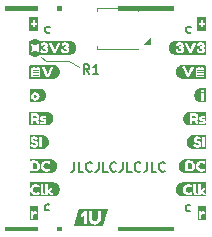
<source format=gto>
%TF.GenerationSoftware,KiCad,Pcbnew,(6.0.1)*%
%TF.CreationDate,2022-01-27T11:35:44+01:00*%
%TF.ProjectId,poly_kb,706f6c79-5f6b-4622-9e6b-696361645f70,rev?*%
%TF.SameCoordinates,Original*%
%TF.FileFunction,Legend,Top*%
%TF.FilePolarity,Positive*%
%FSLAX46Y46*%
G04 Gerber Fmt 4.6, Leading zero omitted, Abs format (unit mm)*
G04 Created by KiCad (PCBNEW (6.0.1)) date 2022-01-27 11:35:44*
%MOMM*%
%LPD*%
G01*
G04 APERTURE LIST*
G04 Aperture macros list*
%AMRoundRect*
0 Rectangle with rounded corners*
0 $1 Rounding radius*
0 $2 $3 $4 $5 $6 $7 $8 $9 X,Y pos of 4 corners*
0 Add a 4 corners polygon primitive as box body*
4,1,4,$2,$3,$4,$5,$6,$7,$8,$9,$2,$3,0*
0 Add four circle primitives for the rounded corners*
1,1,$1+$1,$2,$3*
1,1,$1+$1,$4,$5*
1,1,$1+$1,$6,$7*
1,1,$1+$1,$8,$9*
0 Add four rect primitives between the rounded corners*
20,1,$1+$1,$2,$3,$4,$5,0*
20,1,$1+$1,$4,$5,$6,$7,0*
20,1,$1+$1,$6,$7,$8,$9,0*
20,1,$1+$1,$8,$9,$2,$3,0*%
G04 Aperture macros list end*
%ADD10C,0.120000*%
%ADD11C,0.000000*%
%ADD12C,0.135000*%
%ADD13C,0.153000*%
%ADD14C,0.150000*%
%ADD15RoundRect,0.135000X-0.185000X0.135000X-0.185000X-0.135000X0.185000X-0.135000X0.185000X0.135000X0*%
%ADD16R,2.000000X1.500000*%
%ADD17R,0.950000X0.800000*%
%ADD18C,1.700000*%
%ADD19C,4.000000*%
%ADD20C,2.200000*%
%ADD21R,1.500000X1.500000*%
G04 APERTURE END LIST*
D10*
X267258800Y-112496600D02*
X266395200Y-111963200D01*
X264464800Y-111963200D02*
X264007600Y-111633000D01*
G36*
X263025800Y-111429800D02*
G01*
X263178200Y-111429800D01*
X263178200Y-110261400D01*
X263025800Y-110261400D01*
X263025800Y-111429800D01*
G37*
X266395200Y-111963200D02*
X264464800Y-111963200D01*
D11*
G36*
X275272500Y-107723000D02*
G01*
X270510000Y-107723000D01*
X270510000Y-107289600D01*
X275272500Y-107289600D01*
X275272500Y-107723000D01*
G37*
D10*
X263575800Y-112420400D02*
X263575800Y-112471200D01*
D12*
X277012400Y-112369600D02*
X277012400Y-113385600D01*
X277926800Y-112369600D02*
X277926800Y-113385600D01*
D10*
X277495000Y-112471200D02*
X277444200Y-112471200D01*
X277495000Y-112420400D02*
X277495000Y-112471200D01*
X263829800Y-112471200D02*
X263829800Y-112369600D01*
X277190200Y-112471200D02*
X277190200Y-112369600D01*
D12*
X263093200Y-112369600D02*
X264058400Y-112369600D01*
D10*
X263525000Y-112471200D02*
X263525000Y-112420400D01*
X263982200Y-112471200D02*
X263829800Y-112471200D01*
D12*
X264058400Y-113385600D02*
X263093200Y-113385600D01*
D10*
X263144000Y-112471200D02*
X263271000Y-112471200D01*
X277241000Y-112725200D02*
X277698200Y-112725200D01*
D12*
X263093200Y-112369600D02*
X263093200Y-113385600D01*
D10*
X277901400Y-112471200D02*
X277749000Y-112471200D01*
D11*
G36*
X265747500Y-107723000D02*
G01*
X265328400Y-107723000D01*
X265328400Y-107289600D01*
X265747500Y-107289600D01*
X265747500Y-107723000D01*
G37*
D10*
X263321800Y-112725200D02*
X263779000Y-112725200D01*
X263321800Y-113131600D02*
X263779000Y-113131600D01*
D11*
G36*
X263753600Y-107723000D02*
G01*
X260959600Y-107723000D01*
X260959600Y-107289600D01*
X263753600Y-107289600D01*
X263753600Y-107723000D01*
G37*
D10*
X277698200Y-112928400D02*
X277241000Y-112928400D01*
X277749000Y-112471200D02*
X277749000Y-112369600D01*
X263575800Y-112471200D02*
X263525000Y-112471200D01*
D12*
X277926800Y-113385600D02*
X276961600Y-113385600D01*
D10*
X277063200Y-112471200D02*
X277190200Y-112471200D01*
X263779000Y-112928400D02*
X263321800Y-112928400D01*
D11*
G36*
X265747500Y-126390400D02*
G01*
X265328400Y-126390400D01*
X265328400Y-125984000D01*
X265747500Y-125984000D01*
X265747500Y-126390400D01*
G37*
D10*
X263271000Y-112471200D02*
X263271000Y-112369600D01*
D11*
G36*
X275272500Y-126390400D02*
G01*
X270510000Y-126390400D01*
X270510000Y-125984000D01*
X275272500Y-125984000D01*
X275272500Y-126390400D01*
G37*
D10*
X277241000Y-113131600D02*
X277698200Y-113131600D01*
D12*
X264007600Y-112369600D02*
X264007600Y-113385600D01*
D10*
X277444200Y-112471200D02*
X277444200Y-112420400D01*
D12*
X276961600Y-112369600D02*
X277926800Y-112369600D01*
D10*
X273253200Y-110540800D02*
X272745200Y-110540800D01*
X272745200Y-110540800D02*
X273253200Y-110032800D01*
X273253200Y-110032800D02*
X273253200Y-110540800D01*
G36*
X273253200Y-110540800D02*
G01*
X272745200Y-110540800D01*
X273253200Y-110032800D01*
X273253200Y-110540800D01*
G37*
X273253200Y-110540800D02*
X272745200Y-110540800D01*
X273253200Y-110032800D01*
X273253200Y-110540800D01*
D11*
G36*
X263753600Y-126390400D02*
G01*
X260959600Y-126390400D01*
X260959600Y-125984000D01*
X263753600Y-125984000D01*
X263753600Y-126390400D01*
G37*
D13*
X264706076Y-124580609D02*
X264629885Y-124618704D01*
X264477504Y-124618704D01*
X264401314Y-124580609D01*
X264363219Y-124542514D01*
X264325123Y-124466323D01*
X264325123Y-124237752D01*
X264363219Y-124161561D01*
X264401314Y-124123466D01*
X264477504Y-124085371D01*
X264629885Y-124085371D01*
X264706076Y-124123466D01*
X276694876Y-109543809D02*
X276618685Y-109581904D01*
X276466304Y-109581904D01*
X276390114Y-109543809D01*
X276352019Y-109505714D01*
X276313923Y-109429523D01*
X276313923Y-109200952D01*
X276352019Y-109124761D01*
X276390114Y-109086666D01*
X276466304Y-109048571D01*
X276618685Y-109048571D01*
X276694876Y-109086666D01*
X276644076Y-124631409D02*
X276567885Y-124669504D01*
X276415504Y-124669504D01*
X276339314Y-124631409D01*
X276301219Y-124593314D01*
X276263123Y-124517123D01*
X276263123Y-124288552D01*
X276301219Y-124212361D01*
X276339314Y-124174266D01*
X276415504Y-124136171D01*
X276567885Y-124136171D01*
X276644076Y-124174266D01*
D14*
X266814761Y-120529404D02*
X266814761Y-121100833D01*
X266776666Y-121215119D01*
X266700476Y-121291309D01*
X266586190Y-121329404D01*
X266510000Y-121329404D01*
X267576666Y-121329404D02*
X267195714Y-121329404D01*
X267195714Y-120529404D01*
X268300476Y-121253214D02*
X268262380Y-121291309D01*
X268148095Y-121329404D01*
X268071904Y-121329404D01*
X267957619Y-121291309D01*
X267881428Y-121215119D01*
X267843333Y-121138928D01*
X267805238Y-120986547D01*
X267805238Y-120872261D01*
X267843333Y-120719880D01*
X267881428Y-120643690D01*
X267957619Y-120567500D01*
X268071904Y-120529404D01*
X268148095Y-120529404D01*
X268262380Y-120567500D01*
X268300476Y-120605595D01*
X268871904Y-120529404D02*
X268871904Y-121100833D01*
X268833809Y-121215119D01*
X268757619Y-121291309D01*
X268643333Y-121329404D01*
X268567142Y-121329404D01*
X269633809Y-121329404D02*
X269252857Y-121329404D01*
X269252857Y-120529404D01*
X270357619Y-121253214D02*
X270319523Y-121291309D01*
X270205238Y-121329404D01*
X270129047Y-121329404D01*
X270014761Y-121291309D01*
X269938571Y-121215119D01*
X269900476Y-121138928D01*
X269862380Y-120986547D01*
X269862380Y-120872261D01*
X269900476Y-120719880D01*
X269938571Y-120643690D01*
X270014761Y-120567500D01*
X270129047Y-120529404D01*
X270205238Y-120529404D01*
X270319523Y-120567500D01*
X270357619Y-120605595D01*
X270929047Y-120529404D02*
X270929047Y-121100833D01*
X270890952Y-121215119D01*
X270814761Y-121291309D01*
X270700476Y-121329404D01*
X270624285Y-121329404D01*
X271690952Y-121329404D02*
X271310000Y-121329404D01*
X271310000Y-120529404D01*
X272414761Y-121253214D02*
X272376666Y-121291309D01*
X272262380Y-121329404D01*
X272186190Y-121329404D01*
X272071904Y-121291309D01*
X271995714Y-121215119D01*
X271957619Y-121138928D01*
X271919523Y-120986547D01*
X271919523Y-120872261D01*
X271957619Y-120719880D01*
X271995714Y-120643690D01*
X272071904Y-120567500D01*
X272186190Y-120529404D01*
X272262380Y-120529404D01*
X272376666Y-120567500D01*
X272414761Y-120605595D01*
X272986190Y-120529404D02*
X272986190Y-121100833D01*
X272948095Y-121215119D01*
X272871904Y-121291309D01*
X272757619Y-121329404D01*
X272681428Y-121329404D01*
X273748095Y-121329404D02*
X273367142Y-121329404D01*
X273367142Y-120529404D01*
X274471904Y-121253214D02*
X274433809Y-121291309D01*
X274319523Y-121329404D01*
X274243333Y-121329404D01*
X274129047Y-121291309D01*
X274052857Y-121215119D01*
X274014761Y-121138928D01*
X273976666Y-120986547D01*
X273976666Y-120872261D01*
X274014761Y-120719880D01*
X274052857Y-120643690D01*
X274129047Y-120567500D01*
X274243333Y-120529404D01*
X274319523Y-120529404D01*
X274433809Y-120567500D01*
X274471904Y-120605595D01*
D13*
X264756876Y-109543809D02*
X264680685Y-109581904D01*
X264528304Y-109581904D01*
X264452114Y-109543809D01*
X264414019Y-109505714D01*
X264375923Y-109429523D01*
X264375923Y-109200952D01*
X264414019Y-109124761D01*
X264452114Y-109086666D01*
X264528304Y-109048571D01*
X264680685Y-109048571D01*
X264756876Y-109086666D01*
D14*
%TO.C,R1*%
X268090666Y-113061704D02*
X267824000Y-112680752D01*
X267633523Y-113061704D02*
X267633523Y-112261704D01*
X267938285Y-112261704D01*
X268014476Y-112299800D01*
X268052571Y-112337895D01*
X268090666Y-112414085D01*
X268090666Y-112528371D01*
X268052571Y-112604561D01*
X268014476Y-112642657D01*
X267938285Y-112680752D01*
X267633523Y-112680752D01*
X268852571Y-113061704D02*
X268395428Y-113061704D01*
X268624000Y-113061704D02*
X268624000Y-112261704D01*
X268547809Y-112375990D01*
X268471619Y-112452180D01*
X268395428Y-112490276D01*
D10*
X263879600Y-110691959D02*
X263879600Y-110999241D01*
X263119600Y-110691959D02*
X263119600Y-110999241D01*
%TO.C,LED1*%
X268770000Y-107480000D02*
X268770000Y-107720000D01*
X272250000Y-107480000D02*
X272250000Y-107720000D01*
X268770000Y-110960000D02*
X268770000Y-110720000D01*
X271450000Y-110960000D02*
X272210000Y-110960000D01*
X268770000Y-107480000D02*
X272250000Y-107480000D01*
X271450000Y-110960000D02*
X268770000Y-110960000D01*
%TO.C,kibuzzard-61EFD908*%
G36*
X263759103Y-125468803D02*
G01*
X263036897Y-125468803D01*
X263036897Y-125286770D01*
X263142730Y-125286770D01*
X263165590Y-125341380D01*
X263253220Y-125362970D01*
X263317990Y-125354715D01*
X263352280Y-125329950D01*
X263364345Y-125296295D01*
X263366250Y-125252480D01*
X263366250Y-124985780D01*
X263396095Y-124927360D01*
X263460230Y-124903230D01*
X263515475Y-124913390D01*
X263559290Y-124923550D01*
X263629140Y-124875290D01*
X263653270Y-124786390D01*
X263637395Y-124727335D01*
X263597390Y-124701300D01*
X263552940Y-124690505D01*
X263502775Y-124687330D01*
X263433560Y-124708920D01*
X263382125Y-124743210D01*
X263363710Y-124764800D01*
X263349740Y-124722890D01*
X263316402Y-124700982D01*
X263254490Y-124693680D01*
X263189085Y-124702252D01*
X263155430Y-124727970D01*
X263144635Y-124760355D01*
X263142730Y-124804170D01*
X263142730Y-125286770D01*
X263036897Y-125286770D01*
X263036897Y-124263997D01*
X263759103Y-124263997D01*
X263759103Y-125468803D01*
G37*
%TO.C,kibuzzard-61EFDD1E*%
G36*
X269211954Y-125946429D02*
G01*
X266801388Y-125946429D01*
X267084440Y-125002925D01*
X267368337Y-125002925D01*
X267418344Y-125101350D01*
X267514387Y-125156912D01*
X267625512Y-125107700D01*
X267646150Y-125088650D01*
X267646150Y-125655388D01*
X267648531Y-125713331D01*
X267663612Y-125756988D01*
X267706078Y-125787944D01*
X267785850Y-125798263D01*
X267867606Y-125787547D01*
X267909675Y-125755400D01*
X267924756Y-125713331D01*
X267927137Y-125658563D01*
X267927137Y-125248988D01*
X268054137Y-125248988D01*
X268062174Y-125352572D01*
X268086284Y-125450600D01*
X268126468Y-125543072D01*
X268182725Y-125629988D01*
X268253964Y-125704600D01*
X268343856Y-125763338D01*
X268448631Y-125801438D01*
X268564519Y-125814138D01*
X268680605Y-125801636D01*
X268785975Y-125764131D01*
X268876859Y-125706386D01*
X268949488Y-125633163D01*
X269006439Y-125545056D01*
X269047119Y-125452188D01*
X269071527Y-125354556D01*
X269079663Y-125252163D01*
X269079663Y-124772737D01*
X269070138Y-124690187D01*
X269049500Y-124656850D01*
X269008225Y-124637800D01*
X268935994Y-124629862D01*
X268860588Y-124639387D01*
X268814550Y-124674312D01*
X268798675Y-124761625D01*
X268798675Y-125247400D01*
X268784388Y-125353366D01*
X268741525Y-125445838D01*
X268669691Y-125510131D01*
X268568488Y-125531563D01*
X268455775Y-125504575D01*
X268384338Y-125433138D01*
X268348619Y-125343444D01*
X268336713Y-125248988D01*
X268336713Y-124772737D01*
X268317663Y-124672725D01*
X268276388Y-124639387D01*
X268195425Y-124629862D01*
X268114462Y-124639387D01*
X268071600Y-124672725D01*
X268056519Y-124714794D01*
X268054137Y-124771150D01*
X268054137Y-125248988D01*
X267927137Y-125248988D01*
X267927137Y-124774325D01*
X267919200Y-124690187D01*
X267896975Y-124656056D01*
X267855700Y-124637800D01*
X267780294Y-124629862D01*
X267690600Y-124671137D01*
X267685837Y-124674312D01*
X267425487Y-124909262D01*
X267368337Y-125002925D01*
X267084440Y-125002925D01*
X267236046Y-124497571D01*
X269646612Y-124497571D01*
X269211954Y-125946429D01*
G37*
%TO.C,kibuzzard-61EFBE87*%
G36*
X265094142Y-112305903D02*
G01*
X265149907Y-112314175D01*
X265204592Y-112327873D01*
X265257672Y-112346865D01*
X265308635Y-112370969D01*
X265356989Y-112399951D01*
X265402270Y-112433534D01*
X265444042Y-112471393D01*
X265481901Y-112513164D01*
X265515483Y-112558445D01*
X265544466Y-112606800D01*
X265568569Y-112657762D01*
X265587562Y-112710842D01*
X265601260Y-112765528D01*
X265609532Y-112821293D01*
X265612298Y-112877600D01*
X265609532Y-112933907D01*
X265601260Y-112989672D01*
X265587562Y-113044358D01*
X265568569Y-113097438D01*
X265544466Y-113148400D01*
X265515483Y-113196755D01*
X265481901Y-113242036D01*
X265444042Y-113283807D01*
X265402270Y-113321666D01*
X265356989Y-113355249D01*
X265308635Y-113384231D01*
X265257672Y-113408335D01*
X265204592Y-113427327D01*
X265149907Y-113441025D01*
X265094142Y-113449297D01*
X265037835Y-113452063D01*
X264028502Y-113452063D01*
X264028502Y-112511840D01*
X264081419Y-112511840D01*
X264100469Y-112572800D01*
X264450989Y-113284000D01*
X264493534Y-113329085D01*
X264553859Y-113346230D01*
X264566559Y-113346230D01*
X264625614Y-113329085D01*
X264668159Y-113284000D01*
X265018679Y-112572800D01*
X265037729Y-112511840D01*
X265018996Y-112469295D01*
X264962799Y-112430560D01*
X264887869Y-112408970D01*
X264831989Y-112443260D01*
X264814209Y-112481360D01*
X264560209Y-113037620D01*
X264546397Y-113008251D01*
X264515124Y-112940465D01*
X264473849Y-112850771D01*
X264430034Y-112755680D01*
X264386377Y-112660589D01*
X264345579Y-112570895D01*
X264313670Y-112501045D01*
X264296684Y-112465485D01*
X264275729Y-112431830D01*
X264254139Y-112414050D01*
X264220484Y-112408970D01*
X264156349Y-112430560D01*
X264100151Y-112469295D01*
X264081419Y-112511840D01*
X264028502Y-112511840D01*
X264028502Y-112303137D01*
X265037835Y-112303137D01*
X265094142Y-112305903D01*
G37*
%TO.C,kibuzzard-61EFDAC6*%
G36*
X277952306Y-115455488D02*
G01*
X277571200Y-115455488D01*
X277512714Y-115452615D01*
X277454792Y-115444023D01*
X277397991Y-115429795D01*
X277342857Y-115410068D01*
X277289923Y-115385032D01*
X277239698Y-115354928D01*
X277192665Y-115320046D01*
X277149278Y-115280722D01*
X277109954Y-115237335D01*
X277075072Y-115190302D01*
X277044968Y-115140077D01*
X277019932Y-115087143D01*
X277000205Y-115032009D01*
X276985977Y-114975208D01*
X276977385Y-114917286D01*
X276974512Y-114858800D01*
X276977385Y-114800314D01*
X276978600Y-114792125D01*
X277571306Y-114792125D01*
X277571306Y-115237895D01*
X277573211Y-115282345D01*
X277584006Y-115315365D01*
X277617343Y-115341083D01*
X277681796Y-115349655D01*
X277746883Y-115341400D01*
X277779586Y-115316635D01*
X277791651Y-115282980D01*
X277793556Y-115239165D01*
X277793556Y-114794665D01*
X277792286Y-114757835D01*
X277769426Y-114703225D01*
X277683066Y-114681635D01*
X277617661Y-114689890D01*
X277584006Y-114714655D01*
X277573211Y-114748310D01*
X277571306Y-114792125D01*
X276978600Y-114792125D01*
X276985977Y-114742392D01*
X277000205Y-114685591D01*
X277019932Y-114630457D01*
X277044968Y-114577523D01*
X277075072Y-114527298D01*
X277109954Y-114480265D01*
X277111613Y-114478435D01*
X277571306Y-114478435D01*
X277573211Y-114522250D01*
X277584641Y-114555905D01*
X277618296Y-114582575D01*
X277682431Y-114590195D01*
X277746566Y-114582575D01*
X277780221Y-114556540D01*
X277791651Y-114523520D01*
X277793556Y-114479705D01*
X277791651Y-114435890D01*
X277779586Y-114402235D01*
X277747201Y-114376517D01*
X277683066Y-114367945D01*
X277617661Y-114376517D01*
X277584006Y-114402235D01*
X277573211Y-114434620D01*
X277571306Y-114478435D01*
X277111613Y-114478435D01*
X277149278Y-114436878D01*
X277192665Y-114397554D01*
X277239698Y-114362672D01*
X277289923Y-114332568D01*
X277342857Y-114307532D01*
X277397991Y-114287805D01*
X277454792Y-114273577D01*
X277512714Y-114264985D01*
X277571200Y-114262112D01*
X277952306Y-114262112D01*
X277952306Y-115455488D01*
G37*
%TO.C,kibuzzard-61EFBE2C*%
G36*
X263546273Y-120627934D02*
G01*
X263624219Y-120679845D01*
X263678035Y-120757474D01*
X263695974Y-120851930D01*
X263677559Y-120946069D01*
X263622314Y-121022745D01*
X263544209Y-121073704D01*
X263457214Y-121090690D01*
X263334024Y-121090690D01*
X263334024Y-120610630D01*
X263455944Y-120610630D01*
X263546273Y-120627934D01*
G37*
G36*
X264783200Y-120271117D02*
G01*
X264840254Y-120273920D01*
X264896758Y-120282301D01*
X264952169Y-120296181D01*
X265005953Y-120315425D01*
X265057592Y-120339848D01*
X265106588Y-120369215D01*
X265152469Y-120403244D01*
X265194795Y-120441605D01*
X265233156Y-120483930D01*
X265267184Y-120529812D01*
X265296551Y-120578808D01*
X265320974Y-120630446D01*
X265340219Y-120684230D01*
X265354098Y-120739641D01*
X265362480Y-120796146D01*
X265365283Y-120853200D01*
X265362480Y-120910254D01*
X265354098Y-120966759D01*
X265340219Y-121022170D01*
X265320974Y-121075954D01*
X265296551Y-121127592D01*
X265267184Y-121176588D01*
X265233156Y-121222470D01*
X265194795Y-121264795D01*
X265152469Y-121303156D01*
X265106588Y-121337185D01*
X265057592Y-121366552D01*
X265005953Y-121390975D01*
X264952169Y-121410219D01*
X264896758Y-121424099D01*
X264840254Y-121432480D01*
X264783200Y-121435283D01*
X263056317Y-121435283D01*
X263056317Y-121202450D01*
X263109234Y-121202450D01*
X263124474Y-121283730D01*
X263158129Y-121307543D01*
X263220994Y-121315480D01*
X263453404Y-121315480D01*
X263546947Y-121306828D01*
X263633268Y-121280873D01*
X263712365Y-121237613D01*
X263784239Y-121177050D01*
X263843968Y-121104382D01*
X263886633Y-121024809D01*
X263912231Y-120938330D01*
X263920590Y-120846850D01*
X263984264Y-120846850D01*
X263992678Y-120942259D01*
X264017919Y-121030365D01*
X264056178Y-121107200D01*
X264103644Y-121168795D01*
X264159048Y-121218643D01*
X264221119Y-121260235D01*
X264285571Y-121292303D01*
X264348119Y-121313575D01*
X264409396Y-121325481D01*
X264470039Y-121329450D01*
X264531475Y-121324370D01*
X264595134Y-121309130D01*
X264680859Y-121276110D01*
X264724674Y-121249440D01*
X264764679Y-121217690D01*
X264781824Y-121173240D01*
X264753884Y-121102120D01*
X264709751Y-121048780D01*
X264668794Y-121031000D01*
X264607834Y-121056400D01*
X264584974Y-121072910D01*
X264534809Y-121093230D01*
X264460514Y-121103390D01*
X264378281Y-121089420D01*
X264299224Y-121047510D01*
X264234454Y-120967500D01*
X264215404Y-120913366D01*
X264209054Y-120852565D01*
X264215404Y-120791764D01*
X264234454Y-120737630D01*
X264297954Y-120658890D01*
X264378599Y-120616027D01*
X264460514Y-120601740D01*
X264540524Y-120612535D01*
X264602754Y-120644920D01*
X264667524Y-120672860D01*
X264709434Y-120655715D01*
X264756424Y-120604280D01*
X264783094Y-120533795D01*
X264750074Y-120473470D01*
X264714514Y-120450610D01*
X264684034Y-120432830D01*
X264590689Y-120395365D01*
X264529570Y-120381554D01*
X264469404Y-120376950D01*
X264385725Y-120384570D01*
X264302328Y-120407430D01*
X264219214Y-120445530D01*
X264156825Y-120485376D01*
X264101739Y-120533795D01*
X264054908Y-120593485D01*
X264017284Y-120667145D01*
X263992519Y-120752394D01*
X263984264Y-120846850D01*
X263920590Y-120846850D01*
X263920764Y-120844945D01*
X263912033Y-120751917D01*
X263885839Y-120666510D01*
X263842183Y-120588722D01*
X263781064Y-120518555D01*
X263708436Y-120460492D01*
X263630251Y-120419019D01*
X263546511Y-120394135D01*
X263457214Y-120385840D01*
X263222264Y-120384570D01*
X263156859Y-120393142D01*
X263123204Y-120418860D01*
X263111139Y-120451880D01*
X263109234Y-120496330D01*
X263109234Y-121202450D01*
X263056317Y-121202450D01*
X263056317Y-120271117D01*
X264783200Y-120271117D01*
G37*
%TO.C,kibuzzard-61EFD947*%
G36*
X277994533Y-109416215D02*
G01*
X277249467Y-109416215D01*
X277249467Y-108749465D01*
X277355300Y-108749465D01*
X277355300Y-108877735D01*
X277554690Y-108877735D01*
X277554690Y-109098715D01*
X277689310Y-109098715D01*
X277689310Y-108877735D01*
X277888700Y-108877735D01*
X277888700Y-108749465D01*
X277689310Y-108749465D01*
X277689310Y-108528485D01*
X277554690Y-108528485D01*
X277554690Y-108749465D01*
X277355300Y-108749465D01*
X277249467Y-108749465D01*
X277249467Y-108210985D01*
X277994533Y-108210985D01*
X277994533Y-109416215D01*
G37*
%TO.C,kibuzzard-61EFA8F1*%
G36*
X277990035Y-123438708D02*
G01*
X276029473Y-123438708D01*
X275970240Y-123435798D01*
X275911578Y-123427097D01*
X275854051Y-123412687D01*
X275798214Y-123392708D01*
X275744604Y-123367352D01*
X275693737Y-123336864D01*
X275646104Y-123301537D01*
X275602162Y-123261711D01*
X275562336Y-123217769D01*
X275527009Y-123170136D01*
X275496521Y-123119269D01*
X275471165Y-123065659D01*
X275451186Y-123009821D01*
X275436776Y-122952295D01*
X275428074Y-122893633D01*
X275425945Y-122850275D01*
X276029579Y-122850275D01*
X276037992Y-122945684D01*
X276063234Y-123033790D01*
X276101492Y-123110625D01*
X276148959Y-123172220D01*
X276204362Y-123222068D01*
X276266434Y-123263660D01*
X276330886Y-123295728D01*
X276393434Y-123317000D01*
X276454711Y-123328906D01*
X276515354Y-123332875D01*
X276576790Y-123327795D01*
X276640449Y-123312555D01*
X276726174Y-123279535D01*
X276769989Y-123252865D01*
X276809994Y-123221115D01*
X276827139Y-123176665D01*
X276799199Y-123105545D01*
X276755066Y-123052205D01*
X276910959Y-123052205D01*
X276919849Y-123169680D01*
X276946519Y-123250325D01*
X276992874Y-123292553D01*
X277073519Y-123315095D01*
X277175119Y-123320810D01*
X277230999Y-123307475D01*
X277250049Y-123274138D01*
X277256399Y-123209685D01*
X277256041Y-123208415D01*
X277326249Y-123208415D01*
X277328154Y-123252230D01*
X277338949Y-123285885D01*
X277372286Y-123311603D01*
X277436739Y-123320175D01*
X277501826Y-123311920D01*
X277534529Y-123287155D01*
X277546594Y-123253500D01*
X277548499Y-123209685D01*
X277548499Y-123111895D01*
X277587551Y-123146026D01*
X277641209Y-123197620D01*
X277694231Y-123248896D01*
X277731379Y-123282075D01*
X277744079Y-123290965D01*
X277821549Y-123327795D01*
X277897749Y-123274455D01*
X277937119Y-123191905D01*
X277928864Y-123165235D01*
X277888859Y-123124595D01*
X277719949Y-122984895D01*
X277845679Y-122878215D01*
X277892669Y-122809635D01*
X277851394Y-122728990D01*
X277778369Y-122677555D01*
X277702169Y-122711845D01*
X277686929Y-122722005D01*
X277548499Y-122851545D01*
X277548499Y-122448955D01*
X277547229Y-122413395D01*
X277524369Y-122357515D01*
X277438009Y-122335925D01*
X277372604Y-122344497D01*
X277338949Y-122370215D01*
X277328154Y-122403870D01*
X277326249Y-122447685D01*
X277326249Y-123208415D01*
X277256041Y-123208415D01*
X277230999Y-123119515D01*
X277209409Y-123108720D01*
X277174484Y-123106815D01*
X277140829Y-123094750D01*
X277133209Y-123036965D01*
X277133209Y-122448955D01*
X277131304Y-122404505D01*
X277119239Y-122370215D01*
X277085584Y-122344497D01*
X277022719Y-122335925D01*
X276957314Y-122344497D01*
X276923659Y-122370215D01*
X276912864Y-122403870D01*
X276910959Y-122447685D01*
X276910959Y-123052205D01*
X276755066Y-123052205D01*
X276714109Y-123034425D01*
X276653149Y-123059825D01*
X276630289Y-123076335D01*
X276580124Y-123096655D01*
X276505829Y-123106815D01*
X276423596Y-123092845D01*
X276344539Y-123050935D01*
X276279769Y-122970925D01*
X276260719Y-122916791D01*
X276254369Y-122855990D01*
X276260719Y-122795189D01*
X276279769Y-122741055D01*
X276343269Y-122662315D01*
X276423914Y-122619452D01*
X276505829Y-122605165D01*
X276585839Y-122615960D01*
X276648069Y-122648345D01*
X276712839Y-122676285D01*
X276754749Y-122659140D01*
X276801739Y-122607705D01*
X276828409Y-122537220D01*
X276795389Y-122476895D01*
X276759829Y-122454035D01*
X276729349Y-122436255D01*
X276636004Y-122398790D01*
X276574885Y-122384979D01*
X276514719Y-122380375D01*
X276431040Y-122387995D01*
X276347643Y-122410855D01*
X276264529Y-122448955D01*
X276202140Y-122488801D01*
X276147054Y-122537220D01*
X276100222Y-122596910D01*
X276062599Y-122670570D01*
X276037834Y-122755819D01*
X276029579Y-122850275D01*
X275425945Y-122850275D01*
X275425165Y-122834400D01*
X275428074Y-122775167D01*
X275436776Y-122716505D01*
X275451186Y-122658979D01*
X275471165Y-122603141D01*
X275496521Y-122549531D01*
X275527009Y-122498664D01*
X275562336Y-122451031D01*
X275602162Y-122407089D01*
X275646104Y-122367263D01*
X275693737Y-122331936D01*
X275744604Y-122301448D01*
X275798214Y-122276092D01*
X275854051Y-122256113D01*
X275911578Y-122241703D01*
X275970240Y-122233002D01*
X276029473Y-122230092D01*
X277990035Y-122230092D01*
X277990035Y-123438708D01*
G37*
%TO.C,kibuzzard-61EFDAA0*%
G36*
X263611730Y-114870653D02*
G01*
X263641258Y-114909071D01*
X263651100Y-114963363D01*
X263640623Y-115017973D01*
X263609190Y-115057343D01*
X263525370Y-115089093D01*
X263442820Y-115057978D01*
X263412340Y-115019243D01*
X263402180Y-114965268D01*
X263412023Y-114911135D01*
X263441550Y-114871923D01*
X263526640Y-114840173D01*
X263611730Y-114870653D01*
G37*
G36*
X263930851Y-114301848D02*
G01*
X263985178Y-114309907D01*
X264038453Y-114323252D01*
X264090164Y-114341754D01*
X264139812Y-114365236D01*
X264186919Y-114393471D01*
X264231032Y-114426187D01*
X264271726Y-114463070D01*
X264308609Y-114503764D01*
X264341325Y-114547877D01*
X264369561Y-114594984D01*
X264393042Y-114644632D01*
X264411545Y-114696343D01*
X264424889Y-114749618D01*
X264432948Y-114803945D01*
X264435643Y-114858800D01*
X264432948Y-114913655D01*
X264424889Y-114967982D01*
X264411545Y-115021257D01*
X264393042Y-115072968D01*
X264369561Y-115122616D01*
X264341325Y-115169723D01*
X264308609Y-115213836D01*
X264271726Y-115254530D01*
X264231032Y-115291413D01*
X264186919Y-115324129D01*
X264139812Y-115352364D01*
X264090164Y-115375846D01*
X264038453Y-115394348D01*
X263985178Y-115407693D01*
X263930851Y-115415752D01*
X263875996Y-115418447D01*
X263071557Y-115418447D01*
X263071557Y-114967173D01*
X263177390Y-114967173D01*
X263190884Y-115063535D01*
X263231365Y-115149418D01*
X263291532Y-115220221D01*
X263364080Y-115271338D01*
X263444090Y-115302295D01*
X263526640Y-115312613D01*
X263609032Y-115302930D01*
X263688565Y-115273878D01*
X263760797Y-115224348D01*
X263821280Y-115153228D01*
X263862238Y-115065440D01*
X263875890Y-114965903D01*
X263864178Y-114870301D01*
X263829042Y-114786692D01*
X263770480Y-114715078D01*
X263696679Y-114660398D01*
X263615823Y-114627589D01*
X263527910Y-114616653D01*
X263439857Y-114627660D01*
X263358577Y-114660680D01*
X263284070Y-114715713D01*
X263224804Y-114787680D01*
X263189244Y-114871500D01*
X263177390Y-114967173D01*
X263071557Y-114967173D01*
X263071557Y-114299153D01*
X263875996Y-114299153D01*
X263930851Y-114301848D01*
G37*
%TO.C,kibuzzard-61EFD7F9*%
G36*
X278002524Y-119406458D02*
G01*
X276912335Y-119406458D01*
X276854969Y-119403640D01*
X276798156Y-119395213D01*
X276742443Y-119381257D01*
X276688366Y-119361908D01*
X276636446Y-119337352D01*
X276587182Y-119307825D01*
X276541051Y-119273611D01*
X276498494Y-119235040D01*
X276459924Y-119192484D01*
X276425710Y-119146352D01*
X276396183Y-119097089D01*
X276390035Y-119084090D01*
X276912440Y-119084090D01*
X276945460Y-119157115D01*
X276956890Y-119171085D01*
X276993720Y-119209820D01*
X277050870Y-119249825D01*
X277137230Y-119286020D01*
X277192158Y-119296974D01*
X277250260Y-119300625D01*
X277326602Y-119293146D01*
X277399838Y-119270709D01*
X277469970Y-119233315D01*
X277518230Y-119191881D01*
X277529844Y-119174895D01*
X277671900Y-119174895D01*
X277679520Y-119239665D01*
X277713175Y-119275860D01*
X277783660Y-119287925D01*
X277849065Y-119279353D01*
X277882720Y-119253635D01*
X277894785Y-119220615D01*
X277896690Y-119176165D01*
X277896690Y-118470045D01*
X277890340Y-118404005D01*
X277855733Y-118368762D01*
X277784930Y-118357015D01*
X277719525Y-118365587D01*
X277685870Y-118391305D01*
X277673805Y-118424960D01*
X277671900Y-118468775D01*
X277671900Y-119174895D01*
X277529844Y-119174895D01*
X277556330Y-119136160D01*
X277581095Y-119068374D01*
X277589350Y-118990745D01*
X277581254Y-118914704D01*
X277556965Y-118851680D01*
X277520612Y-118803579D01*
X277476320Y-118772305D01*
X277425838Y-118751191D01*
X277370910Y-118733570D01*
X277315983Y-118719759D01*
X277265500Y-118710075D01*
X277184855Y-118680865D01*
X277152470Y-118624350D01*
X277179775Y-118569740D01*
X277248355Y-118550055D01*
X277316300Y-118566565D01*
X277335985Y-118583075D01*
X277350590Y-118595775D01*
X277416630Y-118621175D01*
X277461715Y-118605300D01*
X277505530Y-118557675D01*
X277536010Y-118487825D01*
X277496640Y-118425595D01*
X277464890Y-118401465D01*
X277377895Y-118361460D01*
X277311697Y-118346696D01*
X277238830Y-118341775D01*
X277149860Y-118351018D01*
X277074295Y-118378746D01*
X277012135Y-118424960D01*
X276965922Y-118483592D01*
X276938193Y-118548573D01*
X276928950Y-118619905D01*
X276937047Y-118695311D01*
X276961335Y-118758970D01*
X276997689Y-118808976D01*
X277041980Y-118843425D01*
X277092145Y-118868349D01*
X277146120Y-118889780D01*
X277200095Y-118906766D01*
X277250260Y-118918355D01*
X277330905Y-118946930D01*
X277363290Y-118995825D01*
X277350167Y-119049447D01*
X277310797Y-119081621D01*
X277245180Y-119092345D01*
X277184220Y-119072660D01*
X277133420Y-119031385D01*
X277076905Y-118983760D01*
X277034360Y-118967885D01*
X276967050Y-118998365D01*
X276926093Y-119046466D01*
X276912440Y-119084090D01*
X276390035Y-119084090D01*
X276371626Y-119045169D01*
X276352277Y-118991092D01*
X276338322Y-118935378D01*
X276329894Y-118878565D01*
X276327076Y-118821200D01*
X276329894Y-118763835D01*
X276338322Y-118707022D01*
X276352277Y-118651308D01*
X276371626Y-118597231D01*
X276396183Y-118545311D01*
X276425710Y-118496048D01*
X276459924Y-118449916D01*
X276498494Y-118407360D01*
X276541051Y-118368789D01*
X276587182Y-118334575D01*
X276636446Y-118305048D01*
X276688366Y-118280492D01*
X276742443Y-118261143D01*
X276798156Y-118247187D01*
X276854969Y-118238760D01*
X276912335Y-118235942D01*
X278002524Y-118235942D01*
X278002524Y-119406458D01*
G37*
%TO.C,kibuzzard-61EFD863*%
G36*
X277986649Y-111432128D02*
G01*
X275405480Y-111432128D01*
X275347990Y-111429304D01*
X275291054Y-111420858D01*
X275235219Y-111406873D01*
X275181025Y-111387482D01*
X275128992Y-111362872D01*
X275079622Y-111333280D01*
X275033390Y-111298993D01*
X274990741Y-111260338D01*
X274952087Y-111217690D01*
X274917799Y-111171458D01*
X274888208Y-111122088D01*
X274863598Y-111070055D01*
X274850313Y-111032925D01*
X275405585Y-111032925D01*
X275419555Y-111101505D01*
X275422095Y-111114205D01*
X275436065Y-111147225D01*
X275467498Y-111197708D01*
X275503375Y-111237395D01*
X275576753Y-111286784D01*
X275661420Y-111316417D01*
X275757375Y-111326295D01*
X275854037Y-111316488D01*
X275939127Y-111287066D01*
X276012645Y-111238030D01*
X276069090Y-111173895D01*
X276102957Y-111099177D01*
X276114245Y-111013875D01*
X276103768Y-110949105D01*
X276072335Y-110891955D01*
X276032330Y-110850680D01*
X275994865Y-110823375D01*
X275994865Y-110814485D01*
X276049899Y-110774621D01*
X276082919Y-110721069D01*
X276093925Y-110653830D01*
X276083907Y-110582216D01*
X276053850Y-110515541D01*
X276020243Y-110474125D01*
X276165045Y-110474125D01*
X276184095Y-110535085D01*
X276534615Y-111246285D01*
X276577160Y-111291370D01*
X276637485Y-111308515D01*
X276650185Y-111308515D01*
X276709240Y-111291370D01*
X276751785Y-111246285D01*
X276856941Y-111032925D01*
X277172155Y-111032925D01*
X277186125Y-111101505D01*
X277188665Y-111114205D01*
X277202635Y-111147225D01*
X277234068Y-111197708D01*
X277269945Y-111237395D01*
X277343323Y-111286784D01*
X277427990Y-111316417D01*
X277523945Y-111326295D01*
X277620607Y-111316488D01*
X277705697Y-111287066D01*
X277779215Y-111238030D01*
X277835660Y-111173895D01*
X277869527Y-111099177D01*
X277880815Y-111013875D01*
X277870338Y-110949105D01*
X277838905Y-110891955D01*
X277798900Y-110850680D01*
X277761435Y-110823375D01*
X277761435Y-110814485D01*
X277816469Y-110774621D01*
X277849489Y-110721069D01*
X277860495Y-110653830D01*
X277850477Y-110582216D01*
X277820420Y-110515541D01*
X277770325Y-110453805D01*
X277702874Y-110404416D01*
X277620748Y-110374783D01*
X277523945Y-110364905D01*
X277460922Y-110369350D01*
X277403930Y-110382685D01*
X277320110Y-110422055D01*
X277267405Y-110472220D01*
X277239465Y-110512225D01*
X277210255Y-110598585D01*
X277226130Y-110643987D01*
X277273755Y-110683675D01*
X277343605Y-110706535D01*
X277391865Y-110690660D01*
X277427425Y-110643035D01*
X277435045Y-110627795D01*
X277468065Y-110597315D01*
X277539820Y-110582075D01*
X277610305Y-110606205D01*
X277635705Y-110657005D01*
X277611575Y-110694152D01*
X277539185Y-110706535D01*
X277473145Y-110712885D01*
X277437903Y-110747492D01*
X277426155Y-110818295D01*
X277434728Y-110883383D01*
X277460445Y-110916085D01*
X277493465Y-110928785D01*
X277551250Y-110931325D01*
X277624910Y-110957360D01*
X277656025Y-111017685D01*
X277624275Y-111079280D01*
X277583635Y-111099759D01*
X277525215Y-111106585D01*
X277471875Y-111098965D01*
X277402025Y-111038005D01*
X277363925Y-110971965D01*
X277296615Y-110959265D01*
X277203270Y-110977680D01*
X277172155Y-111032925D01*
X276856941Y-111032925D01*
X277102305Y-110535085D01*
X277121355Y-110474125D01*
X277102623Y-110431580D01*
X277046425Y-110392845D01*
X276971495Y-110371255D01*
X276915615Y-110405545D01*
X276897835Y-110443645D01*
X276643835Y-110999905D01*
X276630024Y-110970536D01*
X276598750Y-110902750D01*
X276557475Y-110813056D01*
X276513660Y-110717965D01*
X276470004Y-110622874D01*
X276429205Y-110533180D01*
X276397297Y-110463330D01*
X276380310Y-110427770D01*
X276359355Y-110394115D01*
X276337765Y-110376335D01*
X276304110Y-110371255D01*
X276239975Y-110392845D01*
X276183778Y-110431580D01*
X276165045Y-110474125D01*
X276020243Y-110474125D01*
X276003755Y-110453805D01*
X275936304Y-110404416D01*
X275854178Y-110374783D01*
X275757375Y-110364905D01*
X275694352Y-110369350D01*
X275637360Y-110382685D01*
X275553540Y-110422055D01*
X275500835Y-110472220D01*
X275472895Y-110512225D01*
X275443685Y-110598585D01*
X275459560Y-110643987D01*
X275507185Y-110683675D01*
X275577035Y-110706535D01*
X275625295Y-110690660D01*
X275660855Y-110643035D01*
X275668475Y-110627795D01*
X275701495Y-110597315D01*
X275773250Y-110582075D01*
X275843735Y-110606205D01*
X275869135Y-110657005D01*
X275845005Y-110694152D01*
X275772615Y-110706535D01*
X275706575Y-110712885D01*
X275671333Y-110747492D01*
X275659585Y-110818295D01*
X275668158Y-110883383D01*
X275693875Y-110916085D01*
X275726895Y-110928785D01*
X275784680Y-110931325D01*
X275858340Y-110957360D01*
X275889455Y-111017685D01*
X275857705Y-111079280D01*
X275817065Y-111099759D01*
X275758645Y-111106585D01*
X275705305Y-111098965D01*
X275635455Y-111038005D01*
X275597355Y-110971965D01*
X275530045Y-110959265D01*
X275436700Y-110977680D01*
X275405585Y-111032925D01*
X274850313Y-111032925D01*
X274844207Y-111015860D01*
X274830221Y-110960026D01*
X274821776Y-110903090D01*
X274818951Y-110845600D01*
X274821776Y-110788110D01*
X274830221Y-110731174D01*
X274844207Y-110675340D01*
X274863598Y-110621145D01*
X274888208Y-110569112D01*
X274917799Y-110519742D01*
X274952087Y-110473510D01*
X274990741Y-110430862D01*
X275033390Y-110392207D01*
X275079622Y-110357920D01*
X275128992Y-110328328D01*
X275181025Y-110303718D01*
X275235219Y-110284327D01*
X275291054Y-110270342D01*
X275347990Y-110261896D01*
X275405480Y-110259072D01*
X277986649Y-110259072D01*
X277986649Y-111432128D01*
G37*
%TO.C,kibuzzard-61EFD879*%
G36*
X263820751Y-110259072D02*
G01*
X266401920Y-110259072D01*
X266459410Y-110261896D01*
X266516346Y-110270342D01*
X266572181Y-110284327D01*
X266626375Y-110303718D01*
X266678408Y-110328328D01*
X266727778Y-110357920D01*
X266774010Y-110392207D01*
X266816659Y-110430862D01*
X266855313Y-110473510D01*
X266889601Y-110519742D01*
X266919192Y-110569112D01*
X266943802Y-110621145D01*
X266963193Y-110675340D01*
X266977179Y-110731174D01*
X266985624Y-110788110D01*
X266988449Y-110845600D01*
X266985624Y-110903090D01*
X266977179Y-110960026D01*
X266963193Y-111015860D01*
X266943802Y-111070055D01*
X266919192Y-111122088D01*
X266889601Y-111171458D01*
X266855313Y-111217690D01*
X266816659Y-111260338D01*
X266774010Y-111298993D01*
X266727778Y-111333280D01*
X266678408Y-111362872D01*
X266626375Y-111387482D01*
X266572181Y-111406873D01*
X266516346Y-111420858D01*
X266459410Y-111429304D01*
X266401920Y-111432128D01*
X263820751Y-111432128D01*
X263820751Y-111032925D01*
X263926585Y-111032925D01*
X263940555Y-111101505D01*
X263943095Y-111114205D01*
X263957065Y-111147225D01*
X263988497Y-111197708D01*
X264024375Y-111237395D01*
X264097752Y-111286784D01*
X264182419Y-111316417D01*
X264278375Y-111326295D01*
X264375036Y-111316488D01*
X264460126Y-111287066D01*
X264533645Y-111238030D01*
X264590089Y-111173895D01*
X264623956Y-111099177D01*
X264635245Y-111013875D01*
X264624767Y-110949105D01*
X264593335Y-110891955D01*
X264553330Y-110850680D01*
X264515865Y-110823375D01*
X264515865Y-110814485D01*
X264570898Y-110774621D01*
X264603918Y-110721069D01*
X264614925Y-110653830D01*
X264604906Y-110582216D01*
X264574849Y-110515541D01*
X264541243Y-110474125D01*
X264686045Y-110474125D01*
X264705095Y-110535085D01*
X265055615Y-111246285D01*
X265098160Y-111291370D01*
X265158485Y-111308515D01*
X265171185Y-111308515D01*
X265230240Y-111291370D01*
X265272785Y-111246285D01*
X265377941Y-111032925D01*
X265693155Y-111032925D01*
X265707125Y-111101505D01*
X265709665Y-111114205D01*
X265723635Y-111147225D01*
X265755067Y-111197708D01*
X265790945Y-111237395D01*
X265864322Y-111286784D01*
X265948989Y-111316417D01*
X266044945Y-111326295D01*
X266141606Y-111316488D01*
X266226696Y-111287066D01*
X266300215Y-111238030D01*
X266356659Y-111173895D01*
X266390526Y-111099177D01*
X266401815Y-111013875D01*
X266391337Y-110949105D01*
X266359905Y-110891955D01*
X266319900Y-110850680D01*
X266282435Y-110823375D01*
X266282435Y-110814485D01*
X266337468Y-110774621D01*
X266370488Y-110721069D01*
X266381495Y-110653830D01*
X266371476Y-110582216D01*
X266341419Y-110515541D01*
X266291325Y-110453805D01*
X266223873Y-110404416D01*
X266141747Y-110374783D01*
X266044945Y-110364905D01*
X265981921Y-110369350D01*
X265924930Y-110382685D01*
X265841110Y-110422055D01*
X265788405Y-110472220D01*
X265760465Y-110512225D01*
X265731255Y-110598585D01*
X265747130Y-110643987D01*
X265794755Y-110683675D01*
X265864605Y-110706535D01*
X265912865Y-110690660D01*
X265948425Y-110643035D01*
X265956045Y-110627795D01*
X265989065Y-110597315D01*
X266060820Y-110582075D01*
X266131305Y-110606205D01*
X266156705Y-110657005D01*
X266132575Y-110694152D01*
X266060185Y-110706535D01*
X265994145Y-110712885D01*
X265958902Y-110747492D01*
X265947155Y-110818295D01*
X265955727Y-110883383D01*
X265981445Y-110916085D01*
X266014465Y-110928785D01*
X266072250Y-110931325D01*
X266145910Y-110957360D01*
X266177025Y-111017685D01*
X266145275Y-111079280D01*
X266104635Y-111099759D01*
X266046215Y-111106585D01*
X265992875Y-111098965D01*
X265923025Y-111038005D01*
X265884925Y-110971965D01*
X265817615Y-110959265D01*
X265724270Y-110977680D01*
X265693155Y-111032925D01*
X265377941Y-111032925D01*
X265623305Y-110535085D01*
X265642355Y-110474125D01*
X265623622Y-110431580D01*
X265567425Y-110392845D01*
X265492495Y-110371255D01*
X265436615Y-110405545D01*
X265418835Y-110443645D01*
X265164835Y-110999905D01*
X265151023Y-110970536D01*
X265119750Y-110902750D01*
X265078475Y-110813056D01*
X265034660Y-110717965D01*
X264991003Y-110622874D01*
X264950205Y-110533180D01*
X264918296Y-110463330D01*
X264901310Y-110427770D01*
X264880355Y-110394115D01*
X264858765Y-110376335D01*
X264825110Y-110371255D01*
X264760975Y-110392845D01*
X264704777Y-110431580D01*
X264686045Y-110474125D01*
X264541243Y-110474125D01*
X264524755Y-110453805D01*
X264457303Y-110404416D01*
X264375177Y-110374783D01*
X264278375Y-110364905D01*
X264215351Y-110369350D01*
X264158360Y-110382685D01*
X264074540Y-110422055D01*
X264021835Y-110472220D01*
X263993895Y-110512225D01*
X263964685Y-110598585D01*
X263980560Y-110643987D01*
X264028185Y-110683675D01*
X264098035Y-110706535D01*
X264146295Y-110690660D01*
X264181855Y-110643035D01*
X264189475Y-110627795D01*
X264222495Y-110597315D01*
X264294250Y-110582075D01*
X264364735Y-110606205D01*
X264390135Y-110657005D01*
X264366005Y-110694152D01*
X264293615Y-110706535D01*
X264227575Y-110712885D01*
X264192332Y-110747492D01*
X264180585Y-110818295D01*
X264189157Y-110883383D01*
X264214875Y-110916085D01*
X264247895Y-110928785D01*
X264305680Y-110931325D01*
X264379340Y-110957360D01*
X264410455Y-111017685D01*
X264378705Y-111079280D01*
X264338065Y-111099759D01*
X264279645Y-111106585D01*
X264226305Y-111098965D01*
X264156455Y-111038005D01*
X264118355Y-110971965D01*
X264051045Y-110959265D01*
X263957700Y-110977680D01*
X263926585Y-111032925D01*
X263820751Y-111032925D01*
X263820751Y-110259072D01*
G37*
%TO.C,kibuzzard-61EFD908*%
G36*
X277983103Y-125468803D02*
G01*
X277260897Y-125468803D01*
X277260897Y-125286770D01*
X277366730Y-125286770D01*
X277389590Y-125341380D01*
X277477220Y-125362970D01*
X277541990Y-125354715D01*
X277576280Y-125329950D01*
X277588345Y-125296295D01*
X277590250Y-125252480D01*
X277590250Y-124985780D01*
X277620095Y-124927360D01*
X277684230Y-124903230D01*
X277739475Y-124913390D01*
X277783290Y-124923550D01*
X277853140Y-124875290D01*
X277877270Y-124786390D01*
X277861395Y-124727335D01*
X277821390Y-124701300D01*
X277776940Y-124690505D01*
X277726775Y-124687330D01*
X277657560Y-124708920D01*
X277606125Y-124743210D01*
X277587710Y-124764800D01*
X277573740Y-124722890D01*
X277540402Y-124700982D01*
X277478490Y-124693680D01*
X277413085Y-124702252D01*
X277379430Y-124727970D01*
X277368635Y-124760355D01*
X277366730Y-124804170D01*
X277366730Y-125286770D01*
X277260897Y-125286770D01*
X277260897Y-124263997D01*
X277983103Y-124263997D01*
X277983103Y-125468803D01*
G37*
%TO.C,kibuzzard-61EFACF9*%
G36*
X276991498Y-113452063D02*
G01*
X275982165Y-113452063D01*
X275925858Y-113449297D01*
X275870093Y-113441025D01*
X275815408Y-113427327D01*
X275762328Y-113408335D01*
X275711365Y-113384231D01*
X275663011Y-113355249D01*
X275617730Y-113321666D01*
X275575958Y-113283807D01*
X275538099Y-113242036D01*
X275504517Y-113196755D01*
X275475534Y-113148400D01*
X275451431Y-113097438D01*
X275432438Y-113044358D01*
X275418740Y-112989672D01*
X275410468Y-112933907D01*
X275407702Y-112877600D01*
X275410468Y-112821293D01*
X275418740Y-112765528D01*
X275432438Y-112710842D01*
X275451431Y-112657762D01*
X275475534Y-112606800D01*
X275504517Y-112558445D01*
X275538099Y-112513164D01*
X275539299Y-112511840D01*
X275982271Y-112511840D01*
X276001321Y-112572800D01*
X276351841Y-113284000D01*
X276394386Y-113329085D01*
X276454711Y-113346230D01*
X276467411Y-113346230D01*
X276526466Y-113329085D01*
X276569011Y-113284000D01*
X276919531Y-112572800D01*
X276938581Y-112511840D01*
X276919849Y-112469295D01*
X276863651Y-112430560D01*
X276788721Y-112408970D01*
X276732841Y-112443260D01*
X276715061Y-112481360D01*
X276461061Y-113037620D01*
X276447250Y-113008251D01*
X276415976Y-112940465D01*
X276374701Y-112850771D01*
X276330886Y-112755680D01*
X276287230Y-112660589D01*
X276246431Y-112570895D01*
X276214522Y-112501045D01*
X276197536Y-112465485D01*
X276176581Y-112431830D01*
X276154991Y-112414050D01*
X276121336Y-112408970D01*
X276057201Y-112430560D01*
X276001004Y-112469295D01*
X275982271Y-112511840D01*
X275539299Y-112511840D01*
X275575958Y-112471393D01*
X275617730Y-112433534D01*
X275663011Y-112399951D01*
X275711365Y-112370969D01*
X275762328Y-112346865D01*
X275815408Y-112327873D01*
X275870093Y-112314175D01*
X275925858Y-112305903D01*
X275982165Y-112303137D01*
X276991498Y-112303137D01*
X276991498Y-113452063D01*
G37*
%TO.C,kibuzzard-61EFDAEE*%
G36*
X264528188Y-116265482D02*
G01*
X264584200Y-116273791D01*
X264639127Y-116287549D01*
X264692442Y-116306625D01*
X264743629Y-116330835D01*
X264792198Y-116359946D01*
X264837679Y-116393677D01*
X264879635Y-116431704D01*
X264917662Y-116473660D01*
X264951393Y-116519141D01*
X264980503Y-116567710D01*
X265004713Y-116618897D01*
X265023790Y-116672212D01*
X265037548Y-116727139D01*
X265045857Y-116783151D01*
X265048635Y-116839707D01*
X265045857Y-116896263D01*
X265037548Y-116952275D01*
X265023790Y-117007202D01*
X265004713Y-117060517D01*
X264980503Y-117111704D01*
X264951393Y-117160273D01*
X264917662Y-117205754D01*
X264879635Y-117247710D01*
X264837679Y-117285737D01*
X264792198Y-117319468D01*
X264743629Y-117348579D01*
X264692442Y-117372789D01*
X264639127Y-117391865D01*
X264584200Y-117405623D01*
X264528188Y-117413932D01*
X264471632Y-117416710D01*
X263025843Y-117416710D01*
X263025843Y-117185147D01*
X263131676Y-117185147D01*
X263139296Y-117251187D01*
X263172951Y-117286430D01*
X263243436Y-117298177D01*
X263308841Y-117289605D01*
X263342496Y-117263887D01*
X263354561Y-117230232D01*
X263356466Y-117186417D01*
X263356466Y-117042907D01*
X263516486Y-117042907D01*
X263555856Y-117040367D01*
X263605245Y-117157348D01*
X263638265Y-117233971D01*
X263654916Y-117270237D01*
X263678411Y-117295002D01*
X263719051Y-117307067D01*
X263784456Y-117289287D01*
X263843511Y-117252457D01*
X263863196Y-117208007D01*
X263858433Y-117191497D01*
X263913996Y-117191497D01*
X263938126Y-117239757D01*
X264014538Y-117279268D01*
X264093066Y-117302975D01*
X264173711Y-117310877D01*
X264250828Y-117306503D01*
X264318773Y-117293379D01*
X264377546Y-117271507D01*
X264446761Y-117202292D01*
X264465335Y-117151016D01*
X264471526Y-117089897D01*
X264465335Y-117029413D01*
X264446761Y-116980042D01*
X264385166Y-116918447D01*
X264305156Y-116886697D01*
X264222606Y-116870187D01*
X264157836Y-116852090D01*
X264136246Y-116820657D01*
X264211176Y-116792717D01*
X264300711Y-116811767D01*
X264357226Y-116830817D01*
X264414376Y-116786367D01*
X264442316Y-116711437D01*
X264397866Y-116660637D01*
X264303886Y-116628252D01*
X264212446Y-116617457D01*
X264113234Y-116625483D01*
X264036068Y-116649563D01*
X263980950Y-116689695D01*
X263947880Y-116745879D01*
X263936856Y-116818117D01*
X263942889Y-116880823D01*
X263960986Y-116934322D01*
X264021946Y-117006077D01*
X264101004Y-117045130D01*
X264180696Y-117065767D01*
X264244514Y-117080372D01*
X264265786Y-117101327D01*
X264246419Y-117124187D01*
X264188316Y-117131807D01*
X264091796Y-117100692D01*
X264007341Y-117069577D01*
X263962256Y-117091167D01*
X263926061Y-117149905D01*
X263913996Y-117191497D01*
X263858433Y-117191497D01*
X263844146Y-117141967D01*
X263808586Y-117061110D01*
X263779799Y-116994647D01*
X263757786Y-116942577D01*
X263810703Y-116875126D01*
X263842453Y-116796386D01*
X263853036Y-116706357D01*
X263844781Y-116627617D01*
X263820016Y-116556497D01*
X263782551Y-116496172D01*
X263736196Y-116449817D01*
X263665217Y-116404661D01*
X263592827Y-116377568D01*
X263519026Y-116368537D01*
X263244706Y-116368537D01*
X263179301Y-116377109D01*
X263145646Y-116402827D01*
X263133581Y-116436482D01*
X263131676Y-116480297D01*
X263131676Y-117185147D01*
X263025843Y-117185147D01*
X263025843Y-116262704D01*
X264471632Y-116262704D01*
X264528188Y-116265482D01*
G37*
G36*
X263592686Y-116621902D02*
G01*
X263629516Y-116706357D01*
X263592686Y-116790177D01*
X263519026Y-116818117D01*
X263356466Y-116818117D01*
X263356466Y-116593327D01*
X263516486Y-116593327D01*
X263592686Y-116621902D01*
G37*
%TO.C,kibuzzard-61EFBE21*%
G36*
X264138572Y-118238760D02*
G01*
X264195385Y-118247187D01*
X264251099Y-118261143D01*
X264305176Y-118280492D01*
X264357096Y-118305048D01*
X264406359Y-118334575D01*
X264452491Y-118368789D01*
X264495047Y-118407360D01*
X264533618Y-118449916D01*
X264567832Y-118496048D01*
X264597359Y-118545311D01*
X264621915Y-118597231D01*
X264641264Y-118651308D01*
X264655220Y-118707022D01*
X264663647Y-118763835D01*
X264666465Y-118821200D01*
X264663647Y-118878565D01*
X264655220Y-118935378D01*
X264641264Y-118991092D01*
X264621915Y-119045169D01*
X264597359Y-119097089D01*
X264567832Y-119146352D01*
X264533618Y-119192484D01*
X264495047Y-119235040D01*
X264452491Y-119273611D01*
X264406359Y-119307825D01*
X264357096Y-119337352D01*
X264305176Y-119361908D01*
X264251099Y-119381257D01*
X264195385Y-119395213D01*
X264138572Y-119403640D01*
X264081207Y-119406458D01*
X263043935Y-119406458D01*
X263043935Y-119084090D01*
X263096851Y-119084090D01*
X263129871Y-119157115D01*
X263141301Y-119171085D01*
X263178131Y-119209820D01*
X263235281Y-119249825D01*
X263321641Y-119286020D01*
X263376569Y-119296974D01*
X263434671Y-119300625D01*
X263511012Y-119293146D01*
X263584249Y-119270709D01*
X263654381Y-119233315D01*
X263702641Y-119191881D01*
X263714255Y-119174895D01*
X263856311Y-119174895D01*
X263863931Y-119239665D01*
X263897586Y-119275860D01*
X263968071Y-119287925D01*
X264033476Y-119279353D01*
X264067131Y-119253635D01*
X264079196Y-119220615D01*
X264081101Y-119176165D01*
X264081101Y-118470045D01*
X264074751Y-118404005D01*
X264040144Y-118368762D01*
X263969341Y-118357015D01*
X263903936Y-118365587D01*
X263870281Y-118391305D01*
X263858216Y-118424960D01*
X263856311Y-118468775D01*
X263856311Y-119174895D01*
X263714255Y-119174895D01*
X263740741Y-119136160D01*
X263765506Y-119068374D01*
X263773761Y-118990745D01*
X263765665Y-118914704D01*
X263741376Y-118851680D01*
X263705022Y-118803579D01*
X263660731Y-118772305D01*
X263610249Y-118751191D01*
X263555321Y-118733570D01*
X263500394Y-118719759D01*
X263449911Y-118710075D01*
X263369266Y-118680865D01*
X263336881Y-118624350D01*
X263364186Y-118569740D01*
X263432766Y-118550055D01*
X263500711Y-118566565D01*
X263520396Y-118583075D01*
X263535001Y-118595775D01*
X263601041Y-118621175D01*
X263646126Y-118605300D01*
X263689941Y-118557675D01*
X263720421Y-118487825D01*
X263681051Y-118425595D01*
X263649301Y-118401465D01*
X263562306Y-118361460D01*
X263496107Y-118346696D01*
X263423241Y-118341775D01*
X263334271Y-118351018D01*
X263258706Y-118378746D01*
X263196546Y-118424960D01*
X263150332Y-118483592D01*
X263122604Y-118548573D01*
X263113361Y-118619905D01*
X263121457Y-118695311D01*
X263145746Y-118758970D01*
X263182100Y-118808976D01*
X263226391Y-118843425D01*
X263276556Y-118868349D01*
X263330531Y-118889780D01*
X263384506Y-118906766D01*
X263434671Y-118918355D01*
X263515316Y-118946930D01*
X263547701Y-118995825D01*
X263534578Y-119049447D01*
X263495208Y-119081621D01*
X263429591Y-119092345D01*
X263368631Y-119072660D01*
X263317831Y-119031385D01*
X263261316Y-118983760D01*
X263218771Y-118967885D01*
X263151461Y-118998365D01*
X263110504Y-119046466D01*
X263096851Y-119084090D01*
X263043935Y-119084090D01*
X263043935Y-118235942D01*
X264081207Y-118235942D01*
X264138572Y-118238760D01*
G37*
%TO.C,kibuzzard-61EFABBF*%
G36*
X277963683Y-121435283D02*
G01*
X276236800Y-121435283D01*
X276179746Y-121432480D01*
X276123242Y-121424099D01*
X276067831Y-121410219D01*
X276014047Y-121390975D01*
X275962408Y-121366552D01*
X275913412Y-121337185D01*
X275867531Y-121303156D01*
X275825205Y-121264795D01*
X275786844Y-121222470D01*
X275771996Y-121202450D01*
X276236906Y-121202450D01*
X276252146Y-121283730D01*
X276285801Y-121307543D01*
X276348666Y-121315480D01*
X276581076Y-121315480D01*
X276674620Y-121306828D01*
X276760940Y-121280873D01*
X276840037Y-121237613D01*
X276911911Y-121177050D01*
X276971641Y-121104382D01*
X277014305Y-121024809D01*
X277039903Y-120938330D01*
X277048262Y-120846850D01*
X277111936Y-120846850D01*
X277120350Y-120942259D01*
X277145591Y-121030365D01*
X277183850Y-121107200D01*
X277231316Y-121168795D01*
X277286720Y-121218643D01*
X277348791Y-121260235D01*
X277413244Y-121292303D01*
X277475791Y-121313575D01*
X277537069Y-121325481D01*
X277597711Y-121329450D01*
X277659147Y-121324370D01*
X277722806Y-121309130D01*
X277808531Y-121276110D01*
X277852346Y-121249440D01*
X277892351Y-121217690D01*
X277909496Y-121173240D01*
X277881556Y-121102120D01*
X277837424Y-121048780D01*
X277796466Y-121031000D01*
X277735506Y-121056400D01*
X277712646Y-121072910D01*
X277662481Y-121093230D01*
X277588186Y-121103390D01*
X277505954Y-121089420D01*
X277426896Y-121047510D01*
X277362126Y-120967500D01*
X277343076Y-120913366D01*
X277336726Y-120852565D01*
X277343076Y-120791764D01*
X277362126Y-120737630D01*
X277425626Y-120658890D01*
X277506271Y-120616027D01*
X277588186Y-120601740D01*
X277668196Y-120612535D01*
X277730426Y-120644920D01*
X277795196Y-120672860D01*
X277837106Y-120655715D01*
X277884096Y-120604280D01*
X277910766Y-120533795D01*
X277877746Y-120473470D01*
X277842186Y-120450610D01*
X277811706Y-120432830D01*
X277718361Y-120395365D01*
X277657242Y-120381554D01*
X277597076Y-120376950D01*
X277513397Y-120384570D01*
X277430001Y-120407430D01*
X277346886Y-120445530D01*
X277284497Y-120485376D01*
X277229411Y-120533795D01*
X277182580Y-120593485D01*
X277144956Y-120667145D01*
X277120191Y-120752394D01*
X277111936Y-120846850D01*
X277048262Y-120846850D01*
X277048436Y-120844945D01*
X277039705Y-120751917D01*
X277013511Y-120666510D01*
X276969855Y-120588722D01*
X276908736Y-120518555D01*
X276836108Y-120460492D01*
X276757924Y-120419019D01*
X276674183Y-120394135D01*
X276584886Y-120385840D01*
X276349936Y-120384570D01*
X276284531Y-120393142D01*
X276250876Y-120418860D01*
X276238811Y-120451880D01*
X276236906Y-120496330D01*
X276236906Y-121202450D01*
X275771996Y-121202450D01*
X275752816Y-121176588D01*
X275723449Y-121127592D01*
X275699026Y-121075954D01*
X275679781Y-121022170D01*
X275665902Y-120966759D01*
X275657520Y-120910254D01*
X275654717Y-120853200D01*
X275657520Y-120796146D01*
X275665902Y-120739641D01*
X275679781Y-120684230D01*
X275699026Y-120630446D01*
X275723449Y-120578808D01*
X275752816Y-120529812D01*
X275786844Y-120483930D01*
X275825205Y-120441605D01*
X275867531Y-120403244D01*
X275913412Y-120369215D01*
X275962408Y-120339848D01*
X276014047Y-120315425D01*
X276067831Y-120296181D01*
X276123242Y-120282301D01*
X276179746Y-120273920D01*
X276236800Y-120271117D01*
X277963683Y-120271117D01*
X277963683Y-121435283D01*
G37*
G36*
X276673945Y-120627934D02*
G01*
X276751891Y-120679845D01*
X276805707Y-120757474D01*
X276823646Y-120851930D01*
X276805231Y-120946069D01*
X276749986Y-121022745D01*
X276671881Y-121073704D01*
X276584886Y-121090690D01*
X276461696Y-121090690D01*
X276461696Y-120610630D01*
X276583616Y-120610630D01*
X276673945Y-120627934D01*
G37*
%TO.C,kibuzzard-61EFD947*%
G36*
X263770533Y-109416215D02*
G01*
X263025467Y-109416215D01*
X263025467Y-108749465D01*
X263131300Y-108749465D01*
X263131300Y-108877735D01*
X263330690Y-108877735D01*
X263330690Y-109098715D01*
X263465310Y-109098715D01*
X263465310Y-108877735D01*
X263664700Y-108877735D01*
X263664700Y-108749465D01*
X263465310Y-108749465D01*
X263465310Y-108528485D01*
X263330690Y-108528485D01*
X263330690Y-108749465D01*
X263131300Y-108749465D01*
X263025467Y-108749465D01*
X263025467Y-108210985D01*
X263770533Y-108210985D01*
X263770533Y-109416215D01*
G37*
%TO.C,kibuzzard-61EFBE3D*%
G36*
X265049760Y-122233002D02*
G01*
X265108422Y-122241703D01*
X265165949Y-122256113D01*
X265221786Y-122276092D01*
X265275396Y-122301448D01*
X265326263Y-122331936D01*
X265373896Y-122367263D01*
X265417838Y-122407089D01*
X265457664Y-122451031D01*
X265492991Y-122498664D01*
X265523479Y-122549531D01*
X265548835Y-122603141D01*
X265568814Y-122658979D01*
X265583224Y-122716505D01*
X265591926Y-122775167D01*
X265594835Y-122834400D01*
X265591926Y-122893633D01*
X265583224Y-122952295D01*
X265568814Y-123009821D01*
X265548835Y-123065659D01*
X265523479Y-123119269D01*
X265492991Y-123170136D01*
X265457664Y-123217769D01*
X265417838Y-123261711D01*
X265373896Y-123301537D01*
X265326263Y-123336864D01*
X265275396Y-123367352D01*
X265221786Y-123392708D01*
X265165949Y-123412687D01*
X265108422Y-123427097D01*
X265049760Y-123435798D01*
X264990527Y-123438708D01*
X263029965Y-123438708D01*
X263029965Y-122850275D01*
X263082881Y-122850275D01*
X263091295Y-122945684D01*
X263116536Y-123033790D01*
X263154795Y-123110625D01*
X263202261Y-123172220D01*
X263257665Y-123222068D01*
X263319736Y-123263660D01*
X263384189Y-123295728D01*
X263446736Y-123317000D01*
X263508014Y-123328906D01*
X263568656Y-123332875D01*
X263630092Y-123327795D01*
X263693751Y-123312555D01*
X263779476Y-123279535D01*
X263823291Y-123252865D01*
X263863296Y-123221115D01*
X263880441Y-123176665D01*
X263852501Y-123105545D01*
X263808369Y-123052205D01*
X263964261Y-123052205D01*
X263973151Y-123169680D01*
X263999821Y-123250325D01*
X264046176Y-123292553D01*
X264126821Y-123315095D01*
X264228421Y-123320810D01*
X264284301Y-123307475D01*
X264303351Y-123274138D01*
X264309701Y-123209685D01*
X264309343Y-123208415D01*
X264379551Y-123208415D01*
X264381456Y-123252230D01*
X264392251Y-123285885D01*
X264425589Y-123311603D01*
X264490041Y-123320175D01*
X264555129Y-123311920D01*
X264587831Y-123287155D01*
X264599896Y-123253500D01*
X264601801Y-123209685D01*
X264601801Y-123111895D01*
X264640854Y-123146026D01*
X264694511Y-123197620D01*
X264747534Y-123248896D01*
X264784681Y-123282075D01*
X264797381Y-123290965D01*
X264874851Y-123327795D01*
X264951051Y-123274455D01*
X264990421Y-123191905D01*
X264982166Y-123165235D01*
X264942161Y-123124595D01*
X264773251Y-122984895D01*
X264898981Y-122878215D01*
X264945971Y-122809635D01*
X264904696Y-122728990D01*
X264831671Y-122677555D01*
X264755471Y-122711845D01*
X264740231Y-122722005D01*
X264601801Y-122851545D01*
X264601801Y-122448955D01*
X264600531Y-122413395D01*
X264577671Y-122357515D01*
X264491311Y-122335925D01*
X264425906Y-122344497D01*
X264392251Y-122370215D01*
X264381456Y-122403870D01*
X264379551Y-122447685D01*
X264379551Y-123208415D01*
X264309343Y-123208415D01*
X264284301Y-123119515D01*
X264262711Y-123108720D01*
X264227786Y-123106815D01*
X264194131Y-123094750D01*
X264186511Y-123036965D01*
X264186511Y-122448955D01*
X264184606Y-122404505D01*
X264172541Y-122370215D01*
X264138886Y-122344497D01*
X264076021Y-122335925D01*
X264010616Y-122344497D01*
X263976961Y-122370215D01*
X263966166Y-122403870D01*
X263964261Y-122447685D01*
X263964261Y-123052205D01*
X263808369Y-123052205D01*
X263767411Y-123034425D01*
X263706451Y-123059825D01*
X263683591Y-123076335D01*
X263633426Y-123096655D01*
X263559131Y-123106815D01*
X263476899Y-123092845D01*
X263397841Y-123050935D01*
X263333071Y-122970925D01*
X263314021Y-122916791D01*
X263307671Y-122855990D01*
X263314021Y-122795189D01*
X263333071Y-122741055D01*
X263396571Y-122662315D01*
X263477216Y-122619452D01*
X263559131Y-122605165D01*
X263639141Y-122615960D01*
X263701371Y-122648345D01*
X263766141Y-122676285D01*
X263808051Y-122659140D01*
X263855041Y-122607705D01*
X263881711Y-122537220D01*
X263848691Y-122476895D01*
X263813131Y-122454035D01*
X263782651Y-122436255D01*
X263689306Y-122398790D01*
X263628187Y-122384979D01*
X263568021Y-122380375D01*
X263484342Y-122387995D01*
X263400946Y-122410855D01*
X263317831Y-122448955D01*
X263255442Y-122488801D01*
X263200356Y-122537220D01*
X263153525Y-122596910D01*
X263115901Y-122670570D01*
X263091136Y-122755819D01*
X263082881Y-122850275D01*
X263029965Y-122850275D01*
X263029965Y-122230092D01*
X264990527Y-122230092D01*
X265049760Y-122233002D01*
G37*
%TO.C,kibuzzard-61EFAA6D*%
G36*
X277065581Y-116622195D02*
G01*
X277102411Y-116706650D01*
X277065581Y-116790470D01*
X276991921Y-116818410D01*
X276829361Y-116818410D01*
X276829361Y-116593620D01*
X276989381Y-116593620D01*
X277065581Y-116622195D01*
G37*
G36*
X277997338Y-117417003D02*
G01*
X276604465Y-117417003D01*
X276547909Y-117414225D01*
X276491898Y-117405916D01*
X276436970Y-117392158D01*
X276383656Y-117373082D01*
X276332468Y-117348872D01*
X276283900Y-117319761D01*
X276238418Y-117286030D01*
X276196462Y-117248003D01*
X276158436Y-117206047D01*
X276143153Y-117185440D01*
X276604571Y-117185440D01*
X276612191Y-117251480D01*
X276645846Y-117286723D01*
X276716331Y-117298470D01*
X276781736Y-117289898D01*
X276815391Y-117264180D01*
X276827456Y-117230525D01*
X276829361Y-117186710D01*
X276829361Y-117043200D01*
X276989381Y-117043200D01*
X277028751Y-117040660D01*
X277078140Y-117157641D01*
X277111160Y-117234264D01*
X277127811Y-117270530D01*
X277151306Y-117295295D01*
X277191946Y-117307360D01*
X277257351Y-117289580D01*
X277316406Y-117252750D01*
X277336091Y-117208300D01*
X277331328Y-117191790D01*
X277386891Y-117191790D01*
X277411021Y-117240050D01*
X277487433Y-117279561D01*
X277565961Y-117303268D01*
X277646606Y-117311170D01*
X277723723Y-117306796D01*
X277791668Y-117293672D01*
X277850441Y-117271800D01*
X277919656Y-117202585D01*
X277938230Y-117151309D01*
X277944421Y-117090190D01*
X277938230Y-117029706D01*
X277919656Y-116980335D01*
X277858061Y-116918740D01*
X277778051Y-116886990D01*
X277695501Y-116870480D01*
X277630731Y-116852383D01*
X277609141Y-116820950D01*
X277684071Y-116793010D01*
X277773606Y-116812060D01*
X277830121Y-116831110D01*
X277887271Y-116786660D01*
X277915211Y-116711730D01*
X277870761Y-116660930D01*
X277776781Y-116628545D01*
X277685341Y-116617750D01*
X277586129Y-116625776D01*
X277508964Y-116649856D01*
X277453846Y-116689988D01*
X277420775Y-116746172D01*
X277409751Y-116818410D01*
X277415784Y-116881116D01*
X277433881Y-116934615D01*
X277494841Y-117006370D01*
X277573899Y-117045423D01*
X277653591Y-117066060D01*
X277717409Y-117080665D01*
X277738681Y-117101620D01*
X277719314Y-117124480D01*
X277661211Y-117132100D01*
X277564691Y-117100985D01*
X277480236Y-117069870D01*
X277435151Y-117091460D01*
X277398956Y-117150198D01*
X277386891Y-117191790D01*
X277331328Y-117191790D01*
X277317041Y-117142260D01*
X277281481Y-117061403D01*
X277252695Y-116994940D01*
X277230681Y-116942870D01*
X277283598Y-116875419D01*
X277315348Y-116796679D01*
X277325931Y-116706650D01*
X277317676Y-116627910D01*
X277292911Y-116556790D01*
X277255446Y-116496465D01*
X277209091Y-116450110D01*
X277138112Y-116404954D01*
X277065722Y-116377861D01*
X276991921Y-116368830D01*
X276717601Y-116368830D01*
X276652196Y-116377402D01*
X276618541Y-116403120D01*
X276606476Y-116436775D01*
X276604571Y-116480590D01*
X276604571Y-117185440D01*
X276143153Y-117185440D01*
X276124705Y-117160566D01*
X276095594Y-117111997D01*
X276071384Y-117060810D01*
X276052308Y-117007495D01*
X276038549Y-116952568D01*
X276030241Y-116896556D01*
X276027462Y-116840000D01*
X276030241Y-116783444D01*
X276038549Y-116727432D01*
X276052308Y-116672505D01*
X276071384Y-116619190D01*
X276095594Y-116568003D01*
X276124705Y-116519434D01*
X276158436Y-116473953D01*
X276196462Y-116431997D01*
X276238418Y-116393970D01*
X276283900Y-116360239D01*
X276332468Y-116331128D01*
X276383656Y-116306918D01*
X276436970Y-116287842D01*
X276491898Y-116274084D01*
X276547909Y-116265775D01*
X276604465Y-116262997D01*
X277997338Y-116262997D01*
X277997338Y-117417003D01*
G37*
%TD*%
%LPC*%
D15*
%TO.C,R1*%
X263499600Y-110335600D03*
X263499600Y-111355600D03*
%TD*%
D16*
%TO.C,J3*%
X262001000Y-108840000D03*
X262001000Y-110840000D03*
X262001000Y-112840000D03*
X262001000Y-114840000D03*
X262001000Y-116840000D03*
X262001000Y-118840000D03*
X262001000Y-120840000D03*
X262001000Y-122840000D03*
X262001000Y-124840000D03*
%TD*%
%TO.C,J4*%
X279019000Y-108840000D03*
X279019000Y-110840000D03*
X279019000Y-112840000D03*
X279019000Y-114840000D03*
X279019000Y-116840000D03*
X279019000Y-118840000D03*
X279019000Y-120840000D03*
X279019000Y-122840000D03*
X279019000Y-124840000D03*
%TD*%
D17*
%TO.C,LED1*%
X269145000Y-108330000D03*
X269145000Y-110110000D03*
X271875000Y-110110000D03*
X271875000Y-108330000D03*
%TD*%
D18*
%TO.C,SW1*%
X275590000Y-118110000D03*
D19*
X270510000Y-118110000D03*
D18*
X265430000Y-118110000D03*
D20*
X273050000Y-113030000D03*
X266700000Y-115570000D03*
%TD*%
D21*
%TO.C,J2*%
X276479000Y-108077000D03*
%TD*%
%TO.C,J8*%
X264541000Y-108077000D03*
%TD*%
%TO.C,J9*%
X276479000Y-125603000D03*
%TD*%
%TO.C,J7*%
X264541000Y-125603000D03*
%TD*%
M02*

</source>
